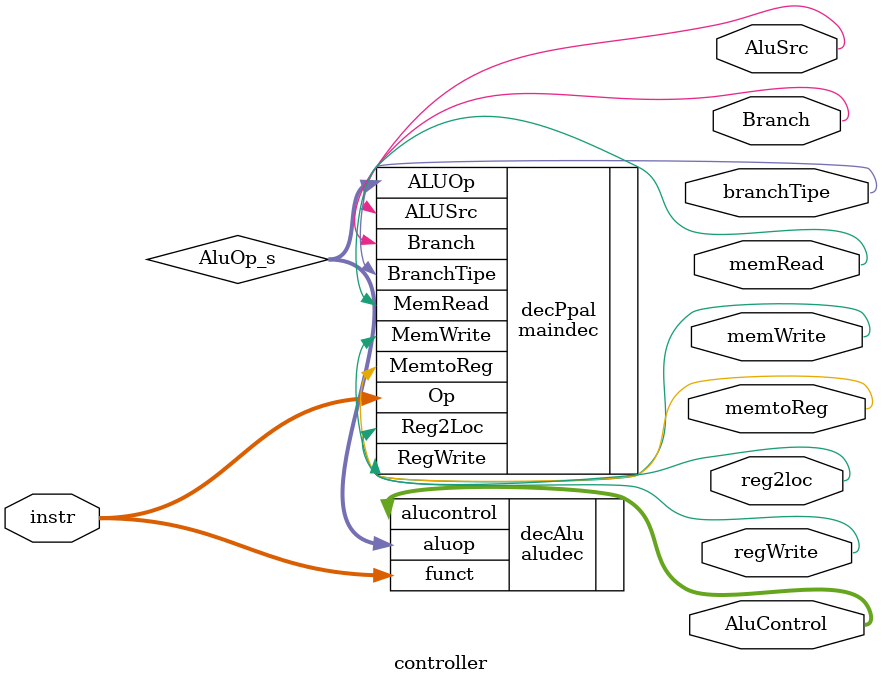
<source format=sv>

module controller(input logic [10:0] instr,
						output logic [3:0] AluControl,						
						output logic reg2loc, regWrite, AluSrc, Branch,
											memtoReg, memRead, memWrite, branchTipe);
											
	logic [1:0] AluOp_s;
											
	maindec 	decPpal 	(.Op(instr), 
							.Reg2Loc(reg2loc), 
							.ALUSrc(AluSrc), 
							.MemtoReg(memtoReg), 
							.RegWrite(regWrite), 
							.MemRead(memRead), 
							.MemWrite(memWrite), 
							.Branch(Branch), 
							.ALUOp(AluOp_s),
							.BranchTipe(branchTipe)
							);	
					
								
	aludec 	decAlu 	(.funct(instr), 
							.aluop(AluOp_s), 
							.alucontrol(AluControl));
			
endmodule

</source>
